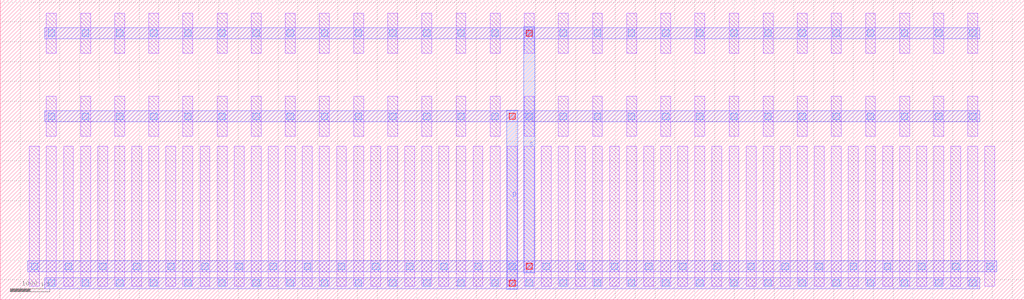
<source format=lef>
MACRO DCL_NMOS_S_57935746_X28_Y1
  UNITS 
    DATABASE MICRONS UNITS 1000;
  END UNITS 
  ORIGIN 0 0 ;
  FOREIGN DCL_NMOS_S_57935746_X28_Y1 0 0 ;
  SIZE 25800 BY 7560 ;
  PIN D
    DIRECTION INOUT ;
    USE SIGNAL ;
    PORT
      LAYER M3 ;
        RECT 12760 260 13040 4780 ;
    END
  END D
  PIN S
    DIRECTION INOUT ;
    USE SIGNAL ;
    PORT
      LAYER M3 ;
        RECT 13190 680 13470 6880 ;
    END
  END S
  OBS
    LAYER M1 ;
      RECT 1165 335 1415 3865 ;
    LAYER M1 ;
      RECT 1165 4115 1415 5125 ;
    LAYER M1 ;
      RECT 1165 6215 1415 7225 ;
    LAYER M1 ;
      RECT 735 335 985 3865 ;
    LAYER M1 ;
      RECT 1595 335 1845 3865 ;
    LAYER M1 ;
      RECT 2025 335 2275 3865 ;
    LAYER M1 ;
      RECT 2025 4115 2275 5125 ;
    LAYER M1 ;
      RECT 2025 6215 2275 7225 ;
    LAYER M1 ;
      RECT 2455 335 2705 3865 ;
    LAYER M1 ;
      RECT 2885 335 3135 3865 ;
    LAYER M1 ;
      RECT 2885 4115 3135 5125 ;
    LAYER M1 ;
      RECT 2885 6215 3135 7225 ;
    LAYER M1 ;
      RECT 3315 335 3565 3865 ;
    LAYER M1 ;
      RECT 3745 335 3995 3865 ;
    LAYER M1 ;
      RECT 3745 4115 3995 5125 ;
    LAYER M1 ;
      RECT 3745 6215 3995 7225 ;
    LAYER M1 ;
      RECT 4175 335 4425 3865 ;
    LAYER M1 ;
      RECT 4605 335 4855 3865 ;
    LAYER M1 ;
      RECT 4605 4115 4855 5125 ;
    LAYER M1 ;
      RECT 4605 6215 4855 7225 ;
    LAYER M1 ;
      RECT 5035 335 5285 3865 ;
    LAYER M1 ;
      RECT 5465 335 5715 3865 ;
    LAYER M1 ;
      RECT 5465 4115 5715 5125 ;
    LAYER M1 ;
      RECT 5465 6215 5715 7225 ;
    LAYER M1 ;
      RECT 5895 335 6145 3865 ;
    LAYER M1 ;
      RECT 6325 335 6575 3865 ;
    LAYER M1 ;
      RECT 6325 4115 6575 5125 ;
    LAYER M1 ;
      RECT 6325 6215 6575 7225 ;
    LAYER M1 ;
      RECT 6755 335 7005 3865 ;
    LAYER M1 ;
      RECT 7185 335 7435 3865 ;
    LAYER M1 ;
      RECT 7185 4115 7435 5125 ;
    LAYER M1 ;
      RECT 7185 6215 7435 7225 ;
    LAYER M1 ;
      RECT 7615 335 7865 3865 ;
    LAYER M1 ;
      RECT 8045 335 8295 3865 ;
    LAYER M1 ;
      RECT 8045 4115 8295 5125 ;
    LAYER M1 ;
      RECT 8045 6215 8295 7225 ;
    LAYER M1 ;
      RECT 8475 335 8725 3865 ;
    LAYER M1 ;
      RECT 8905 335 9155 3865 ;
    LAYER M1 ;
      RECT 8905 4115 9155 5125 ;
    LAYER M1 ;
      RECT 8905 6215 9155 7225 ;
    LAYER M1 ;
      RECT 9335 335 9585 3865 ;
    LAYER M1 ;
      RECT 9765 335 10015 3865 ;
    LAYER M1 ;
      RECT 9765 4115 10015 5125 ;
    LAYER M1 ;
      RECT 9765 6215 10015 7225 ;
    LAYER M1 ;
      RECT 10195 335 10445 3865 ;
    LAYER M1 ;
      RECT 10625 335 10875 3865 ;
    LAYER M1 ;
      RECT 10625 4115 10875 5125 ;
    LAYER M1 ;
      RECT 10625 6215 10875 7225 ;
    LAYER M1 ;
      RECT 11055 335 11305 3865 ;
    LAYER M1 ;
      RECT 11485 335 11735 3865 ;
    LAYER M1 ;
      RECT 11485 4115 11735 5125 ;
    LAYER M1 ;
      RECT 11485 6215 11735 7225 ;
    LAYER M1 ;
      RECT 11915 335 12165 3865 ;
    LAYER M1 ;
      RECT 12345 335 12595 3865 ;
    LAYER M1 ;
      RECT 12345 4115 12595 5125 ;
    LAYER M1 ;
      RECT 12345 6215 12595 7225 ;
    LAYER M1 ;
      RECT 12775 335 13025 3865 ;
    LAYER M1 ;
      RECT 13205 335 13455 3865 ;
    LAYER M1 ;
      RECT 13205 4115 13455 5125 ;
    LAYER M1 ;
      RECT 13205 6215 13455 7225 ;
    LAYER M1 ;
      RECT 13635 335 13885 3865 ;
    LAYER M1 ;
      RECT 14065 335 14315 3865 ;
    LAYER M1 ;
      RECT 14065 4115 14315 5125 ;
    LAYER M1 ;
      RECT 14065 6215 14315 7225 ;
    LAYER M1 ;
      RECT 14495 335 14745 3865 ;
    LAYER M1 ;
      RECT 14925 335 15175 3865 ;
    LAYER M1 ;
      RECT 14925 4115 15175 5125 ;
    LAYER M1 ;
      RECT 14925 6215 15175 7225 ;
    LAYER M1 ;
      RECT 15355 335 15605 3865 ;
    LAYER M1 ;
      RECT 15785 335 16035 3865 ;
    LAYER M1 ;
      RECT 15785 4115 16035 5125 ;
    LAYER M1 ;
      RECT 15785 6215 16035 7225 ;
    LAYER M1 ;
      RECT 16215 335 16465 3865 ;
    LAYER M1 ;
      RECT 16645 335 16895 3865 ;
    LAYER M1 ;
      RECT 16645 4115 16895 5125 ;
    LAYER M1 ;
      RECT 16645 6215 16895 7225 ;
    LAYER M1 ;
      RECT 17075 335 17325 3865 ;
    LAYER M1 ;
      RECT 17505 335 17755 3865 ;
    LAYER M1 ;
      RECT 17505 4115 17755 5125 ;
    LAYER M1 ;
      RECT 17505 6215 17755 7225 ;
    LAYER M1 ;
      RECT 17935 335 18185 3865 ;
    LAYER M1 ;
      RECT 18365 335 18615 3865 ;
    LAYER M1 ;
      RECT 18365 4115 18615 5125 ;
    LAYER M1 ;
      RECT 18365 6215 18615 7225 ;
    LAYER M1 ;
      RECT 18795 335 19045 3865 ;
    LAYER M1 ;
      RECT 19225 335 19475 3865 ;
    LAYER M1 ;
      RECT 19225 4115 19475 5125 ;
    LAYER M1 ;
      RECT 19225 6215 19475 7225 ;
    LAYER M1 ;
      RECT 19655 335 19905 3865 ;
    LAYER M1 ;
      RECT 20085 335 20335 3865 ;
    LAYER M1 ;
      RECT 20085 4115 20335 5125 ;
    LAYER M1 ;
      RECT 20085 6215 20335 7225 ;
    LAYER M1 ;
      RECT 20515 335 20765 3865 ;
    LAYER M1 ;
      RECT 20945 335 21195 3865 ;
    LAYER M1 ;
      RECT 20945 4115 21195 5125 ;
    LAYER M1 ;
      RECT 20945 6215 21195 7225 ;
    LAYER M1 ;
      RECT 21375 335 21625 3865 ;
    LAYER M1 ;
      RECT 21805 335 22055 3865 ;
    LAYER M1 ;
      RECT 21805 4115 22055 5125 ;
    LAYER M1 ;
      RECT 21805 6215 22055 7225 ;
    LAYER M1 ;
      RECT 22235 335 22485 3865 ;
    LAYER M1 ;
      RECT 22665 335 22915 3865 ;
    LAYER M1 ;
      RECT 22665 4115 22915 5125 ;
    LAYER M1 ;
      RECT 22665 6215 22915 7225 ;
    LAYER M1 ;
      RECT 23095 335 23345 3865 ;
    LAYER M1 ;
      RECT 23525 335 23775 3865 ;
    LAYER M1 ;
      RECT 23525 4115 23775 5125 ;
    LAYER M1 ;
      RECT 23525 6215 23775 7225 ;
    LAYER M1 ;
      RECT 23955 335 24205 3865 ;
    LAYER M1 ;
      RECT 24385 335 24635 3865 ;
    LAYER M1 ;
      RECT 24385 4115 24635 5125 ;
    LAYER M1 ;
      RECT 24385 6215 24635 7225 ;
    LAYER M1 ;
      RECT 24815 335 25065 3865 ;
    LAYER M2 ;
      RECT 1120 280 24680 560 ;
    LAYER M2 ;
      RECT 1120 4480 24680 4760 ;
    LAYER M2 ;
      RECT 1120 6580 24680 6860 ;
    LAYER M2 ;
      RECT 690 700 25110 980 ;
    LAYER V1 ;
      RECT 1205 335 1375 505 ;
    LAYER V1 ;
      RECT 1205 4535 1375 4705 ;
    LAYER V1 ;
      RECT 1205 6635 1375 6805 ;
    LAYER V1 ;
      RECT 2065 335 2235 505 ;
    LAYER V1 ;
      RECT 2065 4535 2235 4705 ;
    LAYER V1 ;
      RECT 2065 6635 2235 6805 ;
    LAYER V1 ;
      RECT 2925 335 3095 505 ;
    LAYER V1 ;
      RECT 2925 4535 3095 4705 ;
    LAYER V1 ;
      RECT 2925 6635 3095 6805 ;
    LAYER V1 ;
      RECT 3785 335 3955 505 ;
    LAYER V1 ;
      RECT 3785 4535 3955 4705 ;
    LAYER V1 ;
      RECT 3785 6635 3955 6805 ;
    LAYER V1 ;
      RECT 4645 335 4815 505 ;
    LAYER V1 ;
      RECT 4645 4535 4815 4705 ;
    LAYER V1 ;
      RECT 4645 6635 4815 6805 ;
    LAYER V1 ;
      RECT 5505 335 5675 505 ;
    LAYER V1 ;
      RECT 5505 4535 5675 4705 ;
    LAYER V1 ;
      RECT 5505 6635 5675 6805 ;
    LAYER V1 ;
      RECT 6365 335 6535 505 ;
    LAYER V1 ;
      RECT 6365 4535 6535 4705 ;
    LAYER V1 ;
      RECT 6365 6635 6535 6805 ;
    LAYER V1 ;
      RECT 7225 335 7395 505 ;
    LAYER V1 ;
      RECT 7225 4535 7395 4705 ;
    LAYER V1 ;
      RECT 7225 6635 7395 6805 ;
    LAYER V1 ;
      RECT 8085 335 8255 505 ;
    LAYER V1 ;
      RECT 8085 4535 8255 4705 ;
    LAYER V1 ;
      RECT 8085 6635 8255 6805 ;
    LAYER V1 ;
      RECT 8945 335 9115 505 ;
    LAYER V1 ;
      RECT 8945 4535 9115 4705 ;
    LAYER V1 ;
      RECT 8945 6635 9115 6805 ;
    LAYER V1 ;
      RECT 9805 335 9975 505 ;
    LAYER V1 ;
      RECT 9805 4535 9975 4705 ;
    LAYER V1 ;
      RECT 9805 6635 9975 6805 ;
    LAYER V1 ;
      RECT 10665 335 10835 505 ;
    LAYER V1 ;
      RECT 10665 4535 10835 4705 ;
    LAYER V1 ;
      RECT 10665 6635 10835 6805 ;
    LAYER V1 ;
      RECT 11525 335 11695 505 ;
    LAYER V1 ;
      RECT 11525 4535 11695 4705 ;
    LAYER V1 ;
      RECT 11525 6635 11695 6805 ;
    LAYER V1 ;
      RECT 12385 335 12555 505 ;
    LAYER V1 ;
      RECT 12385 4535 12555 4705 ;
    LAYER V1 ;
      RECT 12385 6635 12555 6805 ;
    LAYER V1 ;
      RECT 13245 335 13415 505 ;
    LAYER V1 ;
      RECT 13245 4535 13415 4705 ;
    LAYER V1 ;
      RECT 13245 6635 13415 6805 ;
    LAYER V1 ;
      RECT 14105 335 14275 505 ;
    LAYER V1 ;
      RECT 14105 4535 14275 4705 ;
    LAYER V1 ;
      RECT 14105 6635 14275 6805 ;
    LAYER V1 ;
      RECT 14965 335 15135 505 ;
    LAYER V1 ;
      RECT 14965 4535 15135 4705 ;
    LAYER V1 ;
      RECT 14965 6635 15135 6805 ;
    LAYER V1 ;
      RECT 15825 335 15995 505 ;
    LAYER V1 ;
      RECT 15825 4535 15995 4705 ;
    LAYER V1 ;
      RECT 15825 6635 15995 6805 ;
    LAYER V1 ;
      RECT 16685 335 16855 505 ;
    LAYER V1 ;
      RECT 16685 4535 16855 4705 ;
    LAYER V1 ;
      RECT 16685 6635 16855 6805 ;
    LAYER V1 ;
      RECT 17545 335 17715 505 ;
    LAYER V1 ;
      RECT 17545 4535 17715 4705 ;
    LAYER V1 ;
      RECT 17545 6635 17715 6805 ;
    LAYER V1 ;
      RECT 18405 335 18575 505 ;
    LAYER V1 ;
      RECT 18405 4535 18575 4705 ;
    LAYER V1 ;
      RECT 18405 6635 18575 6805 ;
    LAYER V1 ;
      RECT 19265 335 19435 505 ;
    LAYER V1 ;
      RECT 19265 4535 19435 4705 ;
    LAYER V1 ;
      RECT 19265 6635 19435 6805 ;
    LAYER V1 ;
      RECT 20125 335 20295 505 ;
    LAYER V1 ;
      RECT 20125 4535 20295 4705 ;
    LAYER V1 ;
      RECT 20125 6635 20295 6805 ;
    LAYER V1 ;
      RECT 20985 335 21155 505 ;
    LAYER V1 ;
      RECT 20985 4535 21155 4705 ;
    LAYER V1 ;
      RECT 20985 6635 21155 6805 ;
    LAYER V1 ;
      RECT 21845 335 22015 505 ;
    LAYER V1 ;
      RECT 21845 4535 22015 4705 ;
    LAYER V1 ;
      RECT 21845 6635 22015 6805 ;
    LAYER V1 ;
      RECT 22705 335 22875 505 ;
    LAYER V1 ;
      RECT 22705 4535 22875 4705 ;
    LAYER V1 ;
      RECT 22705 6635 22875 6805 ;
    LAYER V1 ;
      RECT 23565 335 23735 505 ;
    LAYER V1 ;
      RECT 23565 4535 23735 4705 ;
    LAYER V1 ;
      RECT 23565 6635 23735 6805 ;
    LAYER V1 ;
      RECT 24425 335 24595 505 ;
    LAYER V1 ;
      RECT 24425 4535 24595 4705 ;
    LAYER V1 ;
      RECT 24425 6635 24595 6805 ;
    LAYER V1 ;
      RECT 775 755 945 925 ;
    LAYER V1 ;
      RECT 1635 755 1805 925 ;
    LAYER V1 ;
      RECT 2495 755 2665 925 ;
    LAYER V1 ;
      RECT 3355 755 3525 925 ;
    LAYER V1 ;
      RECT 4215 755 4385 925 ;
    LAYER V1 ;
      RECT 5075 755 5245 925 ;
    LAYER V1 ;
      RECT 5935 755 6105 925 ;
    LAYER V1 ;
      RECT 6795 755 6965 925 ;
    LAYER V1 ;
      RECT 7655 755 7825 925 ;
    LAYER V1 ;
      RECT 8515 755 8685 925 ;
    LAYER V1 ;
      RECT 9375 755 9545 925 ;
    LAYER V1 ;
      RECT 10235 755 10405 925 ;
    LAYER V1 ;
      RECT 11095 755 11265 925 ;
    LAYER V1 ;
      RECT 11955 755 12125 925 ;
    LAYER V1 ;
      RECT 12815 755 12985 925 ;
    LAYER V1 ;
      RECT 13675 755 13845 925 ;
    LAYER V1 ;
      RECT 14535 755 14705 925 ;
    LAYER V1 ;
      RECT 15395 755 15565 925 ;
    LAYER V1 ;
      RECT 16255 755 16425 925 ;
    LAYER V1 ;
      RECT 17115 755 17285 925 ;
    LAYER V1 ;
      RECT 17975 755 18145 925 ;
    LAYER V1 ;
      RECT 18835 755 19005 925 ;
    LAYER V1 ;
      RECT 19695 755 19865 925 ;
    LAYER V1 ;
      RECT 20555 755 20725 925 ;
    LAYER V1 ;
      RECT 21415 755 21585 925 ;
    LAYER V1 ;
      RECT 22275 755 22445 925 ;
    LAYER V1 ;
      RECT 23135 755 23305 925 ;
    LAYER V1 ;
      RECT 23995 755 24165 925 ;
    LAYER V1 ;
      RECT 24855 755 25025 925 ;
    LAYER V2 ;
      RECT 12825 345 12975 495 ;
    LAYER V2 ;
      RECT 12825 4545 12975 4695 ;
    LAYER V2 ;
      RECT 13255 765 13405 915 ;
    LAYER V2 ;
      RECT 13255 6645 13405 6795 ;
  END
END DCL_NMOS_S_57935746_X28_Y1

</source>
